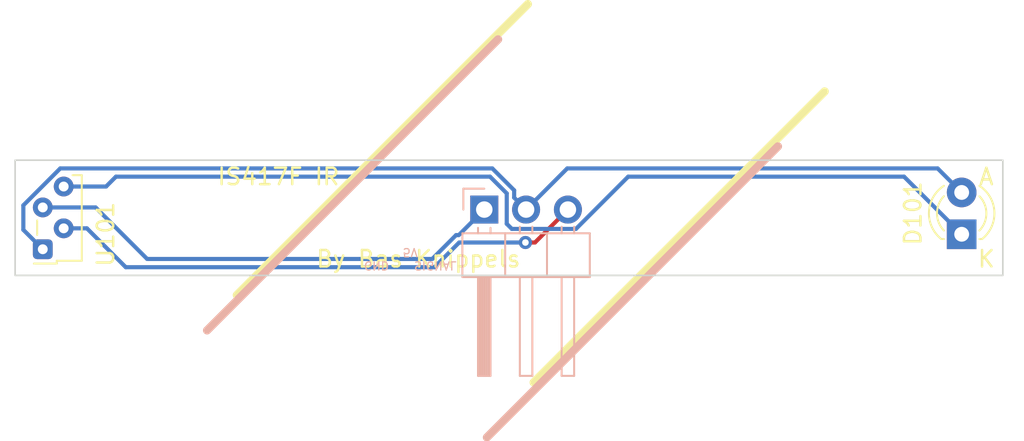
<source format=kicad_pcb>
(kicad_pcb (version 20211014) (generator pcbnew)
  (layers (0 "F.Cu" signal) (31 "B.Cu" signal) (34 "B.Paste" user) (35 "F.Paste" user) (36 "B.SilkS" user "B.Silkscreen") (37 "F.SilkS" user "F.Silkscreen") (38 "B.Mask" user) (39 "F.Mask" user) (44 "Edge.Cuts" user))
  (net 0 "")
  (net 1 "Net-(D101-Pad1)")
  (net 2 "+5V")
  (net 3 "GND")
  (net 4 "/signal")
  (footprint "OptoDevice:Sharp_IS471F" (layer "F.Cu") (at 135.18 87.91 90)
    (fp_text reference "U101" (at 0.91 3.82 270) (layer "F.SilkS"))
    (fp_text value "IS471F")
    (fp_line (start 1.75 -0.34) (end 0.87 -0.34) (layer "F.SilkS") (width 0.12))
    (fp_line (start -0.87 0.85) (end -0.7 0.85) (layer "F.SilkS") (width 0.12))
    (fp_line (start 4.5 2.37) (end 4.5 1.81) (layer "F.SilkS") (width 0.12))
    (fp_line (start -0.7 2.37) (end 4.5 2.37) (layer "F.SilkS") (width 0.12))
    (fp_line (start -0.7 2.37) (end -0.7 0.85) (layer "F.SilkS") (width 0.12))
    (fp_line (start -0.87 0.85) (end -0.87 -0.54) (layer "F.SilkS") (width 0.12))
    (pad "1" thru_hole roundrect (at 0 0 90) (size 1.2 1.2) (drill 0.6) (layers *.Cu *.Mask) (roundrect_rratio 0.208) (net 2 "+5V"))
    (pad "2" thru_hole circle (at 1.27 1.27 90) (size 1.2 1.2) (drill 0.6) (layers *.Cu *.Mask) (net 4 "/signal"))
    (pad "3" thru_hole circle (at 2.54 0 90) (size 1.2 1.2) (drill 0.6) (layers *.Cu *.Mask) (net 3 "GND"))
    (pad "4" thru_hole circle (at 3.81 1.27 90) (size 1.2 1.2) (drill 0.6) (layers *.Cu *.Mask) (net 1 "Net-(D101-Pad1)"))
  )
  (footprint "LED_THT:LED_D3.0mm" (layer "F.Cu") (at 191 87 90)
    (fp_text reference "D101" (at 1.27 -2.96 90) (layer "F.SilkS"))
    (fp_text value "LED")
    (fp_line (start -0.29 1.08) (end -0.29 1.236) (layer "F.SilkS") (width 0.12))
    (fp_line (start -0.29 -1.236) (end -0.29 -1.08) (layer "F.SilkS") (width 0.12))
    (fp_arc (start 2.942335 1.078608) (mid 1.366487 1.987659) (end -0.29 1.235516) (layer "F.SilkS") (width 0.12))
    (fp_arc (start 2.31113 1.079837) (mid 1.270117 1.5) (end 0.229039 1.08) (layer "F.SilkS") (width 0.12))
    (fp_arc (start -0.29 -1.235516) (mid 1.366487 -1.987659) (end 2.942335 -1.078608) (layer "F.SilkS") (width 0.12))
    (fp_arc (start 0.229039 -1.08) (mid 1.270117 -1.5) (end 2.31113 -1.079837) (layer "F.SilkS") (width 0.12))
    (pad "1" thru_hole rect (at 0 0 90) (size 1.8 1.8) (drill 0.9) (layers *.Cu *.Mask) (net 1 "Net-(D101-Pad1)"))
    (pad "2" thru_hole circle (at 2.54 0 90) (size 1.8 1.8) (drill 0.9) (layers *.Cu *.Mask) (net 2 "+5V"))
  )
  (footprint "MountingHole:MountingHole_3.2mm_M3" (layer "F.Cu") (at 183.5 86)
    (fp_text reference "REF**" hide)
    (fp_text value "MountingHole_3.2mm_M3")
    (pad "" np_thru_hole circle (at 0 0) (size 3.2 3.2) (drill 3.2) (layers F&B.Cu *.Mask))
  )
  (footprint "MountingHole:MountingHole_3.2mm_M3" (layer "F.Cu") (at 144 86)
    (fp_text reference "REF**" hide)
    (fp_text value "MountingHole_3.2mm_M3")
    (pad "" np_thru_hole circle (at 0 0) (size 3.2 3.2) (drill 3.2) (layers *.Cu *.Mask))
  )
  (footprint "Connector_PinHeader_2.54mm:PinHeader_1x03_P2.54mm_Horizontal" (layer "B.Cu") (at 162 85.5 -90)
    (fp_text reference "J101" hide)
    (fp_text value "Conn_01x03_Male")
    (fp_line (start 4.1 -0.16) (end 10.1 -0.16) (layer "B.SilkS") (width 0.12))
    (fp_line (start 4.1 0.08) (end 10.1 0.08) (layer "B.SilkS") (width 0.12))
    (fp_line (start 4.1 0.2) (end 10.1 0.2) (layer "B.SilkS") (width 0.12))
    (fp_line (start 4.1 -4.7) (end 10.1 -4.7) (layer "B.SilkS") (width 0.12))
    (fp_line (start 1.11 -0.38) (end 1.44 -0.38) (layer "B.SilkS") (width 0.12))
    (fp_line (start -1.27 1.27) (end 0 1.27) (layer "B.SilkS") (width 0.12))
    (fp_line (start 1.44 1.33) (end 1.44 -6.41) (layer "B.SilkS") (width 0.12))
    (fp_line (start 1.44 -1.27) (end 4.1 -1.27) (layer "B.SilkS") (width 0.12))
    (fp_line (start 4.1 -2.16) (end 10.1 -2.16) (layer "B.SilkS") (width 0.12))
    (fp_line (start 10.1 -0.38) (end 4.1 -0.38) (layer "B.SilkS") (width 0.12))
    (fp_line (start 4.1 1.33) (end 1.44 1.33) (layer "B.SilkS") (width 0.12))
    (fp_line (start 1.042929 -2.92) (end 1.44 -2.92) (layer "B.SilkS") (width 0.12))
    (fp_line (start 4.1 -0.04) (end 10.1 -0.04) (layer "B.SilkS") (width 0.12))
    (fp_line (start 1.44 -6.41) (end 4.1 -6.41) (layer "B.SilkS") (width 0.12))
    (fp_line (start 1.042929 -5.46) (end 1.44 -5.46) (layer "B.SilkS") (width 0.12))
    (fp_line (start 1.44 -3.81) (end 4.1 -3.81) (layer "B.SilkS") (width 0.12))
    (fp_line (start 10.1 -2.92) (end 4.1 -2.92) (layer "B.SilkS") (width 0.12))
    (fp_line (start 10.1 -5.46) (end 4.1 -5.46) (layer "B.SilkS") (width 0.12))
    (fp_line (start 10.1 -2.16) (end 10.1 -2.92) (layer "B.SilkS") (width 0.12))
    (fp_line (start 1.042929 -2.16) (end 1.44 -2.16) (layer "B.SilkS") (width 0.12))
    (fp_line (start 1.042929 -4.7) (end 1.44 -4.7) (layer "B.SilkS") (width 0.12))
    (fp_line (start 4.1 0.38) (end 10.1 0.38) (layer "B.SilkS") (width 0.12))
    (fp_line (start 4.1 -6.41) (end 4.1 1.33) (layer "B.SilkS") (width 0.12))
    (fp_line (start 4.1 0.32) (end 10.1 0.32) (layer "B.SilkS") (width 0.12))
    (fp_line (start 4.1 -0.28) (end 10.1 -0.28) (layer "B.SilkS") (width 0.12))
    (fp_line (start 1.11 0.38) (end 1.44 0.38) (layer "B.SilkS") (width 0.12))
    (fp_line (start -1.27 0) (end -1.27 1.27) (layer "B.SilkS") (width 0.12))
    (fp_line (start 10.1 0.38) (end 10.1 -0.38) (layer "B.SilkS") (width 0.12))
    (fp_line (start 10.1 -4.7) (end 10.1 -5.46) (layer "B.SilkS") (width 0.12))
    (pad "1" thru_hole rect (at 0 0 270) (size 1.7 1.7) (drill 1) (layers *.Cu *.Mask) (net 3 "GND"))
    (pad "2" thru_hole oval (at 0 -2.54 270) (size 1.7 1.7) (drill 1) (layers *.Cu *.Mask) (net 2 "+5V"))
    (pad "3" thru_hole oval (at 0 -5.08 270) (size 1.7 1.7) (drill 1) (layers *.Cu *.Mask) (net 4 "/signal"))
  )
  (gr_line (start 179.838835 81.661166) (end 162.161166 99.338835) (layer "B.SilkS") (width 0.5))
  (gr_line (start 162.838835 75.161166) (end 145.161166 92.838835) (layer "B.SilkS") (width 0.5))
  (gr_line (start 146.968777 90.696699) (end 164.646446 73.01903) (layer "F.SilkS") (width 0.5))
  (gr_line (start 165 96) (end 182.677669 78.322331) (layer "F.SilkS") (width 0.5))
  (gr_rect (start 133.5 82.5) (end 193.5 89.5) (layer "Edge.Cuts") (width 0.1) (fill none))
  (gr_text "GND    SIGNAL\n5V" (at 157.5 88.5 180) (layer "B.SilkS") (effects (font (size 0.5 0.5) (thickness 0.075)) (justify mirror)))
  (gr_text "A" (at 192.5 83.5) (layer "F.SilkS") (effects (font (size 1 1))))
  (gr_text "IS417F IR" (at 149.5 83.5) (layer "F.SilkS") (effects (font (size 1 1))))
  (gr_text "By Bas Knippels" (at 158 88.5) (layer "F.SilkS") (effects (font (size 1 1))))
  (gr_text "K" (at 192.5 88.5) (layer "F.SilkS") (effects (font (size 1 1))))
  (segment (start 139.025 84.1) (end 139.625 83.5) (width 0.25) (layer "B.Cu") (net 1))
  (segment (start 163.675 86.675) (end 167.566701 86.675) (width 0.25) (layer "B.Cu") (net 1))
  (segment (start 163.365 86.365) (end 163.675 86.675) (width 0.25) (layer "B.Cu") (net 1))
  (segment (start 136.45 84.1) (end 139.025 84.1) (width 0.25) (layer "B.Cu") (net 1))
  (segment (start 139.625 83.5) (end 162.35 83.5) (width 0.25) (layer "B.Cu") (net 1))
  (segment (start 163.365 84.515) (end 163.365 86.365) (width 0.25) (layer "B.Cu") (net 1))
  (segment (start 167.566701 86.675) (end 170.741701 83.5) (width 0.25) (layer "B.Cu") (net 1))
  (segment (start 187.5 83.5) (end 191 87) (width 0.25) (layer "B.Cu") (net 1))
  (segment (start 170.741701 83.5) (end 187.5 83.5) (width 0.25) (layer "B.Cu") (net 1))
  (segment (start 162.35 83.5) (end 163.365 84.515) (width 0.25) (layer "B.Cu") (net 1))
  (segment (start 189.54 83) (end 167.04 83) (width 0.25) (layer "B.Cu") (net 2))
  (segment (start 162.486396 83) (end 136.241852 83) (width 0.25) (layer "B.Cu") (net 2))
  (segment (start 167.04 83) (end 164.54 85.5) (width 0.25) (layer "B.Cu") (net 2))
  (segment (start 134 86.73) (end 135.18 87.91) (width 0.25) (layer "B.Cu") (net 2))
  (segment (start 164.54 85.5) (end 163.815 84.775) (width 0.25) (layer "B.Cu") (net 2))
  (segment (start 163.815 84.775) (end 163.815 84.328604) (width 0.25) (layer "B.Cu") (net 2))
  (segment (start 136.241852 83) (end 134 85.241852) (width 0.25) (layer "B.Cu") (net 2))
  (segment (start 134 85.241852) (end 134 86.73) (width 0.25) (layer "B.Cu") (net 2))
  (segment (start 191 84.46) (end 189.54 83) (width 0.25) (layer "B.Cu") (net 2))
  (segment (start 163.815 84.328604) (end 162.486396 83) (width 0.25) (layer "B.Cu") (net 2))
  (segment (start 160.288604 87.05) (end 160.45 87.05) (width 0.25) (layer "B.Cu") (net 3))
  (segment (start 135.18 85.37) (end 138.391396 85.37) (width 0.25) (layer "B.Cu") (net 3))
  (segment (start 158.838604 88.5) (end 160.288604 87.05) (width 0.25) (layer "B.Cu") (net 3))
  (segment (start 160.45 87.05) (end 162 85.5) (width 0.25) (layer "B.Cu") (net 3))
  (segment (start 141.521396 88.5) (end 158.838604 88.5) (width 0.25) (layer "B.Cu") (net 3))
  (segment (start 138.391396 85.37) (end 141.521396 88.5) (width 0.25) (layer "B.Cu") (net 3))
  (segment (start 167.08 85.5) (end 165.08 87.5) (width 0.25) (layer "F.Cu") (net 4))
  (segment (start 165.08 87.5) (end 164.5 87.5) (width 0.25) (layer "F.Cu") (net 4))
  (via (at 164.5 87.5) (size 0.8) (drill 0.4) (layers "F.Cu" "B.Cu") (net 4))
  (segment (start 158.975 89) (end 140.22 89) (width 0.25) (layer "B.Cu") (net 4))
  (segment (start 140.22 89) (end 137.86 86.64) (width 0.25) (layer "B.Cu") (net 4))
  (segment (start 137.86 86.64) (end 136.45 86.64) (width 0.25) (layer "B.Cu") (net 4))
  (segment (start 164.5 87.5) (end 160.475 87.5) (width 0.25) (layer "B.Cu") (net 4))
  (segment (start 160.475 87.5) (end 158.975 89) (width 0.25) (layer "B.Cu") (net 4))
)
</source>
